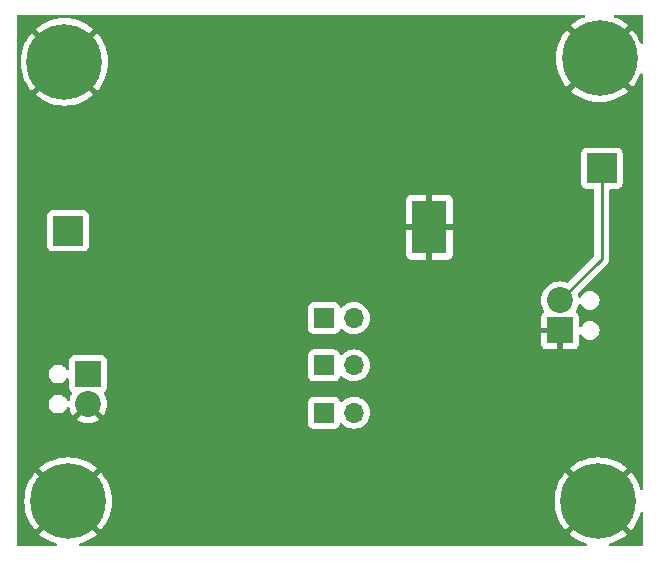
<source format=gbr>
%TF.GenerationSoftware,KiCad,Pcbnew,7.0.1*%
%TF.CreationDate,2023-04-21T16:13:52+02:00*%
%TF.ProjectId,sistabossen,73697374-6162-46f7-9373-656e2e6b6963,rev?*%
%TF.SameCoordinates,Original*%
%TF.FileFunction,Copper,L2,Bot*%
%TF.FilePolarity,Positive*%
%FSLAX46Y46*%
G04 Gerber Fmt 4.6, Leading zero omitted, Abs format (unit mm)*
G04 Created by KiCad (PCBNEW 7.0.1) date 2023-04-21 16:13:52*
%MOMM*%
%LPD*%
G01*
G04 APERTURE LIST*
%TA.AperFunction,ComponentPad*%
%ADD10C,0.600000*%
%TD*%
%TA.AperFunction,SMDPad,CuDef*%
%ADD11R,2.950000X4.500000*%
%TD*%
%TA.AperFunction,ComponentPad*%
%ADD12R,2.200000X2.200000*%
%TD*%
%TA.AperFunction,ComponentPad*%
%ADD13C,2.200000*%
%TD*%
%TA.AperFunction,ComponentPad*%
%ADD14R,1.700000X1.700000*%
%TD*%
%TA.AperFunction,ComponentPad*%
%ADD15O,1.700000X1.700000*%
%TD*%
%TA.AperFunction,ComponentPad*%
%ADD16R,2.500000X2.500000*%
%TD*%
%TA.AperFunction,ComponentPad*%
%ADD17C,0.800000*%
%TD*%
%TA.AperFunction,ComponentPad*%
%ADD18C,6.400000*%
%TD*%
%TA.AperFunction,ViaPad*%
%ADD19C,0.800000*%
%TD*%
%TA.AperFunction,Conductor*%
%ADD20C,0.250000*%
%TD*%
G04 APERTURE END LIST*
D10*
%TO.P,U1,9,GNDPAD*%
%TO.N,GND*%
X101300000Y-56197056D03*
X101300000Y-57397056D03*
X101300000Y-58697056D03*
X101300000Y-59797056D03*
D11*
X101900000Y-57997056D03*
D10*
X102500000Y-56197056D03*
X102500000Y-57397056D03*
X102500000Y-58697056D03*
X102500000Y-59797056D03*
%TD*%
D12*
%TO.P,J2,1,Pin_1*%
%TO.N,/VOUT*%
X73000000Y-70427056D03*
D13*
%TO.P,J2,2,Pin_2*%
%TO.N,GND*%
X73000000Y-72967056D03*
%TD*%
D14*
%TO.P,J3,1,Pin_1*%
%TO.N,Net-(J3-Pin_1)*%
X92960000Y-65697056D03*
D15*
%TO.P,J3,2,Pin_2*%
%TO.N,Net-(J3-Pin_2)*%
X95500000Y-65697056D03*
%TD*%
D14*
%TO.P,J5,1,Pin_1*%
%TO.N,Net-(J3-Pin_1)*%
X92960000Y-73697056D03*
D15*
%TO.P,J5,2,Pin_2*%
%TO.N,Net-(J5-Pin_2)*%
X95500000Y-73697056D03*
%TD*%
D14*
%TO.P,J4,1,Pin_1*%
%TO.N,Net-(J3-Pin_1)*%
X92960000Y-69697056D03*
D15*
%TO.P,J4,2,Pin_2*%
%TO.N,Net-(J4-Pin_2)*%
X95500000Y-69697056D03*
%TD*%
D12*
%TO.P,J1,1,Pin_1*%
%TO.N,GND*%
X112960000Y-66737056D03*
D13*
%TO.P,J1,2,Pin_2*%
%TO.N,/VIN*%
X112960000Y-64197056D03*
%TD*%
D16*
%TO.P,TP3,1,1*%
%TO.N,/VOUT*%
X71300000Y-58300000D03*
%TD*%
D17*
%TO.P,H3,1,1*%
%TO.N,GND*%
X113797056Y-81197056D03*
X114500000Y-79500000D03*
X114500000Y-82894112D03*
X116197056Y-78797056D03*
D18*
X116197056Y-81197056D03*
D17*
X116197056Y-83597056D03*
X117894112Y-79500000D03*
X117894112Y-82894112D03*
X118597056Y-81197056D03*
%TD*%
%TO.P,H2,1,1*%
%TO.N,GND*%
X113902944Y-43697056D03*
X114605888Y-42000000D03*
X114605888Y-45394112D03*
X116302944Y-41297056D03*
D18*
X116302944Y-43697056D03*
D17*
X116302944Y-46097056D03*
X118000000Y-42000000D03*
X118000000Y-45394112D03*
X118702944Y-43697056D03*
%TD*%
D16*
%TO.P,TP1,1,1*%
%TO.N,/VIN*%
X116500000Y-53000000D03*
%TD*%
D17*
%TO.P,H1,1,1*%
%TO.N,GND*%
X68600000Y-44000000D03*
X69302944Y-42302944D03*
X69302944Y-45697056D03*
X71000000Y-41600000D03*
D18*
X71000000Y-44000000D03*
D17*
X71000000Y-46400000D03*
X72697056Y-42302944D03*
X72697056Y-45697056D03*
X73400000Y-44000000D03*
%TD*%
%TO.P,H4,1,1*%
%TO.N,GND*%
X68902944Y-81197056D03*
X69605888Y-79500000D03*
X69605888Y-82894112D03*
X71302944Y-78797056D03*
D18*
X71302944Y-81197056D03*
D17*
X71302944Y-83597056D03*
X73000000Y-79500000D03*
X73000000Y-82894112D03*
X73702944Y-81197056D03*
%TD*%
D19*
%TO.N,GND*%
X101000000Y-80500000D03*
X111000000Y-61000000D03*
X101000000Y-49500000D03*
X83000000Y-77500000D03*
%TD*%
D20*
%TO.N,/VIN*%
X116500000Y-53000000D02*
X116500000Y-60657056D01*
X116500000Y-60657056D02*
X112960000Y-64197056D01*
%TD*%
%TA.AperFunction,Conductor*%
%TO.N,GND*%
G36*
X115004514Y-40019113D02*
G01*
X115050240Y-40069365D01*
X115062622Y-40136169D01*
X115037942Y-40199470D01*
X114983610Y-40240264D01*
X114795953Y-40312298D01*
X114450400Y-40488365D01*
X114125158Y-40699582D01*
X113867592Y-40908152D01*
X116302944Y-43343503D01*
X116302945Y-43343503D01*
X118738294Y-40908152D01*
X118738294Y-40908151D01*
X118480736Y-40699586D01*
X118155487Y-40488365D01*
X117809934Y-40312298D01*
X117622278Y-40240264D01*
X117567946Y-40199470D01*
X117543266Y-40136169D01*
X117555648Y-40069365D01*
X117601374Y-40019113D01*
X117666716Y-40000500D01*
X119875500Y-40000500D01*
X119937500Y-40017113D01*
X119982887Y-40062500D01*
X119999500Y-40124500D01*
X119999500Y-42333284D01*
X119980887Y-42398626D01*
X119930635Y-42444352D01*
X119863831Y-42456734D01*
X119800530Y-42432054D01*
X119759736Y-42377722D01*
X119687701Y-42190065D01*
X119511634Y-41844512D01*
X119300413Y-41519263D01*
X119091848Y-41261705D01*
X119091847Y-41261704D01*
X116656497Y-43697056D01*
X119091846Y-46132405D01*
X119300417Y-45874842D01*
X119511634Y-45549599D01*
X119687701Y-45204046D01*
X119759736Y-45016390D01*
X119800530Y-44962058D01*
X119863831Y-44937378D01*
X119930635Y-44949760D01*
X119980887Y-44995486D01*
X119999500Y-45060828D01*
X119999500Y-80150392D01*
X119985489Y-80207649D01*
X119946623Y-80251967D01*
X119891685Y-80273331D01*
X119833089Y-80266914D01*
X119784077Y-80234165D01*
X119755725Y-80182485D01*
X119720795Y-80052124D01*
X119581813Y-79690065D01*
X119405746Y-79344512D01*
X119194525Y-79019263D01*
X118985960Y-78761705D01*
X118985959Y-78761704D01*
X116550609Y-81197056D01*
X116550609Y-81197057D01*
X118985958Y-83632405D01*
X119194529Y-83374842D01*
X119405746Y-83049599D01*
X119581813Y-82704046D01*
X119720795Y-82341987D01*
X119755725Y-82211627D01*
X119784077Y-82159947D01*
X119833089Y-82127198D01*
X119891685Y-82120781D01*
X119946623Y-82142145D01*
X119985489Y-82186463D01*
X119999500Y-82243720D01*
X119999500Y-84875500D01*
X119982887Y-84937500D01*
X119937500Y-84982887D01*
X119875500Y-84999500D01*
X117243720Y-84999500D01*
X117186463Y-84985489D01*
X117142145Y-84946623D01*
X117120781Y-84891685D01*
X117127198Y-84833089D01*
X117159947Y-84784077D01*
X117211627Y-84755725D01*
X117341987Y-84720795D01*
X117704046Y-84581813D01*
X118049599Y-84405746D01*
X118374842Y-84194529D01*
X118632405Y-83985958D01*
X116197056Y-81550609D01*
X113761704Y-83985959D01*
X113761705Y-83985960D01*
X114019263Y-84194525D01*
X114344512Y-84405746D01*
X114690065Y-84581813D01*
X115052124Y-84720795D01*
X115182485Y-84755725D01*
X115234165Y-84784077D01*
X115266914Y-84833089D01*
X115273331Y-84891685D01*
X115251967Y-84946623D01*
X115207649Y-84985489D01*
X115150392Y-84999500D01*
X72349608Y-84999500D01*
X72292351Y-84985489D01*
X72248033Y-84946623D01*
X72226669Y-84891685D01*
X72233086Y-84833089D01*
X72265835Y-84784077D01*
X72317515Y-84755725D01*
X72447875Y-84720795D01*
X72809934Y-84581813D01*
X73155487Y-84405746D01*
X73480730Y-84194529D01*
X73738293Y-83985958D01*
X71302944Y-81550609D01*
X68867592Y-83985959D01*
X68867593Y-83985960D01*
X69125151Y-84194525D01*
X69450400Y-84405746D01*
X69795953Y-84581813D01*
X70158012Y-84720795D01*
X70288373Y-84755725D01*
X70340053Y-84784077D01*
X70372802Y-84833089D01*
X70379219Y-84891685D01*
X70357855Y-84946623D01*
X70313537Y-84985489D01*
X70256280Y-84999500D01*
X67500099Y-84999500D01*
X67124500Y-84999500D01*
X67062500Y-84982887D01*
X67017113Y-84937500D01*
X67000500Y-84875500D01*
X67000500Y-81197056D01*
X67597866Y-81197056D01*
X67618163Y-81584344D01*
X67678829Y-81967381D01*
X67779204Y-82341987D01*
X67918186Y-82704046D01*
X68094253Y-83049599D01*
X68305474Y-83374848D01*
X68514039Y-83632406D01*
X68514040Y-83632406D01*
X70949391Y-81197057D01*
X70949391Y-81197056D01*
X71656497Y-81197056D01*
X74091846Y-83632405D01*
X74300417Y-83374842D01*
X74511634Y-83049599D01*
X74687701Y-82704046D01*
X74826683Y-82341987D01*
X74927058Y-81967381D01*
X74987724Y-81584344D01*
X75008021Y-81197056D01*
X112491978Y-81197056D01*
X112512275Y-81584344D01*
X112572941Y-81967381D01*
X112673316Y-82341987D01*
X112812298Y-82704046D01*
X112988365Y-83049599D01*
X113199586Y-83374848D01*
X113408151Y-83632406D01*
X113408152Y-83632406D01*
X115843503Y-81197057D01*
X115843503Y-81197056D01*
X113408152Y-78761704D01*
X113199582Y-79019270D01*
X112988365Y-79344512D01*
X112812298Y-79690065D01*
X112673316Y-80052124D01*
X112572941Y-80426730D01*
X112512275Y-80809767D01*
X112491978Y-81197056D01*
X75008021Y-81197056D01*
X74987724Y-80809767D01*
X74927058Y-80426730D01*
X74826683Y-80052124D01*
X74687701Y-79690065D01*
X74511634Y-79344512D01*
X74300413Y-79019263D01*
X74091848Y-78761705D01*
X74091847Y-78761704D01*
X71656497Y-81197056D01*
X70949391Y-81197056D01*
X68514040Y-78761704D01*
X68305470Y-79019270D01*
X68094253Y-79344512D01*
X67918186Y-79690065D01*
X67779204Y-80052124D01*
X67678829Y-80426730D01*
X67618163Y-80809767D01*
X67597866Y-81197056D01*
X67000500Y-81197056D01*
X67000500Y-78408152D01*
X68867592Y-78408152D01*
X71302944Y-80843503D01*
X71302945Y-80843503D01*
X73738294Y-78408152D01*
X113761704Y-78408152D01*
X116197056Y-80843503D01*
X116197057Y-80843503D01*
X118632406Y-78408152D01*
X118632406Y-78408151D01*
X118374848Y-78199586D01*
X118049599Y-77988365D01*
X117704046Y-77812298D01*
X117341987Y-77673316D01*
X116967381Y-77572941D01*
X116584344Y-77512275D01*
X116197056Y-77491978D01*
X115809767Y-77512275D01*
X115426730Y-77572941D01*
X115052124Y-77673316D01*
X114690065Y-77812298D01*
X114344512Y-77988365D01*
X114019270Y-78199582D01*
X113761704Y-78408152D01*
X73738294Y-78408152D01*
X73738294Y-78408151D01*
X73480736Y-78199586D01*
X73155487Y-77988365D01*
X72809934Y-77812298D01*
X72447875Y-77673316D01*
X72073269Y-77572941D01*
X71690232Y-77512275D01*
X71302944Y-77491978D01*
X70915655Y-77512275D01*
X70532618Y-77572941D01*
X70158012Y-77673316D01*
X69795953Y-77812298D01*
X69450400Y-77988365D01*
X69125158Y-78199582D01*
X68867592Y-78408152D01*
X67000500Y-78408152D01*
X67000500Y-74594925D01*
X91609500Y-74594925D01*
X91615909Y-74654540D01*
X91641056Y-74721962D01*
X91666204Y-74789387D01*
X91752454Y-74904602D01*
X91867669Y-74990852D01*
X92002517Y-75041147D01*
X92062127Y-75047556D01*
X93857872Y-75047555D01*
X93917483Y-75041147D01*
X94052331Y-74990852D01*
X94167546Y-74904602D01*
X94253796Y-74789387D01*
X94302810Y-74657972D01*
X94337789Y-74607593D01*
X94392634Y-74580140D01*
X94453927Y-74582329D01*
X94506673Y-74613625D01*
X94628599Y-74735551D01*
X94822170Y-74871091D01*
X95036337Y-74970959D01*
X95264592Y-75032119D01*
X95500000Y-75052715D01*
X95735408Y-75032119D01*
X95963663Y-74970959D01*
X96177830Y-74871091D01*
X96371401Y-74735551D01*
X96538495Y-74568457D01*
X96674035Y-74374886D01*
X96773903Y-74160719D01*
X96835063Y-73932464D01*
X96855659Y-73697056D01*
X96835063Y-73461648D01*
X96773903Y-73233393D01*
X96674035Y-73019227D01*
X96538495Y-72825655D01*
X96371401Y-72658561D01*
X96177830Y-72523021D01*
X95963663Y-72423153D01*
X95902502Y-72406765D01*
X95735407Y-72361992D01*
X95500000Y-72341396D01*
X95264592Y-72361992D01*
X95036336Y-72423153D01*
X94822170Y-72523021D01*
X94628601Y-72658559D01*
X94506673Y-72780487D01*
X94453926Y-72811782D01*
X94392634Y-72813971D01*
X94337789Y-72786518D01*
X94302810Y-72736138D01*
X94289391Y-72700160D01*
X94253796Y-72604725D01*
X94167546Y-72489510D01*
X94052331Y-72403260D01*
X93917483Y-72352965D01*
X93857873Y-72346556D01*
X93857869Y-72346556D01*
X92062130Y-72346556D01*
X92002515Y-72352965D01*
X91867669Y-72403260D01*
X91752454Y-72489510D01*
X91666204Y-72604724D01*
X91621288Y-72725149D01*
X91615909Y-72739573D01*
X91610724Y-72787804D01*
X91609500Y-72799186D01*
X91609500Y-74594925D01*
X67000500Y-74594925D01*
X67000500Y-74264788D01*
X72055819Y-74264788D01*
X72055820Y-74264789D01*
X72056631Y-74265483D01*
X72271372Y-74397075D01*
X72504043Y-74493452D01*
X72748929Y-74552243D01*
X72999999Y-74572003D01*
X73251070Y-74552243D01*
X73495956Y-74493452D01*
X73728632Y-74397073D01*
X73943364Y-74265486D01*
X73944179Y-74264788D01*
X73000001Y-73320609D01*
X73000000Y-73320609D01*
X72055819Y-74264788D01*
X67000500Y-74264788D01*
X67000500Y-72967056D01*
X69654434Y-72967056D01*
X69674631Y-73146307D01*
X69674631Y-73146309D01*
X69674632Y-73146311D01*
X69734211Y-73316578D01*
X69734212Y-73316579D01*
X69830185Y-73469320D01*
X69957735Y-73596870D01*
X69957737Y-73596871D01*
X69957738Y-73596872D01*
X70110478Y-73692845D01*
X70280745Y-73752424D01*
X70347895Y-73759989D01*
X70415043Y-73767556D01*
X70415046Y-73767556D01*
X70504954Y-73767556D01*
X70504957Y-73767556D01*
X70562511Y-73761070D01*
X70639255Y-73752424D01*
X70809522Y-73692845D01*
X70962262Y-73596872D01*
X71089816Y-73469318D01*
X71185789Y-73316578D01*
X71196420Y-73286193D01*
X71231667Y-73233951D01*
X71288043Y-73205781D01*
X71350985Y-73208962D01*
X71404234Y-73242670D01*
X71434036Y-73298201D01*
X71473603Y-73463012D01*
X71569982Y-73695688D01*
X71701570Y-73910421D01*
X71702265Y-73911234D01*
X71702266Y-73911234D01*
X72912318Y-72701183D01*
X72967905Y-72669089D01*
X73032093Y-72669089D01*
X73087680Y-72701183D01*
X74297732Y-73911235D01*
X74298430Y-73910420D01*
X74430017Y-73695688D01*
X74526396Y-73463012D01*
X74585187Y-73218126D01*
X74604947Y-72967055D01*
X74585187Y-72715985D01*
X74526396Y-72471099D01*
X74430017Y-72238423D01*
X74349077Y-72106340D01*
X74331006Y-72048629D01*
X74342380Y-71989235D01*
X74380494Y-71942283D01*
X74457546Y-71884602D01*
X74543796Y-71769387D01*
X74594091Y-71634539D01*
X74600500Y-71574929D01*
X74600500Y-70594925D01*
X91609500Y-70594925D01*
X91615909Y-70654540D01*
X91641056Y-70721962D01*
X91666204Y-70789387D01*
X91752454Y-70904602D01*
X91867669Y-70990852D01*
X92002517Y-71041147D01*
X92062127Y-71047556D01*
X93857872Y-71047555D01*
X93917483Y-71041147D01*
X94052331Y-70990852D01*
X94167546Y-70904602D01*
X94253796Y-70789387D01*
X94302810Y-70657972D01*
X94337789Y-70607593D01*
X94392634Y-70580140D01*
X94453927Y-70582329D01*
X94506673Y-70613625D01*
X94628599Y-70735551D01*
X94822170Y-70871091D01*
X95036337Y-70970959D01*
X95264592Y-71032119D01*
X95500000Y-71052715D01*
X95735408Y-71032119D01*
X95963663Y-70970959D01*
X96177830Y-70871091D01*
X96371401Y-70735551D01*
X96538495Y-70568457D01*
X96674035Y-70374886D01*
X96773903Y-70160719D01*
X96835063Y-69932464D01*
X96855659Y-69697056D01*
X96835063Y-69461648D01*
X96773903Y-69233393D01*
X96674035Y-69019227D01*
X96538495Y-68825655D01*
X96371401Y-68658561D01*
X96177830Y-68523021D01*
X95963663Y-68423153D01*
X95902502Y-68406765D01*
X95735407Y-68361992D01*
X95500000Y-68341396D01*
X95264592Y-68361992D01*
X95036336Y-68423153D01*
X94822170Y-68523021D01*
X94628601Y-68658559D01*
X94506673Y-68780487D01*
X94453926Y-68811782D01*
X94392634Y-68813971D01*
X94337789Y-68786518D01*
X94302810Y-68736138D01*
X94295658Y-68716963D01*
X94253796Y-68604725D01*
X94167546Y-68489510D01*
X94052331Y-68403260D01*
X93917483Y-68352965D01*
X93857873Y-68346556D01*
X93857869Y-68346556D01*
X92062130Y-68346556D01*
X92002515Y-68352965D01*
X91867669Y-68403260D01*
X91752454Y-68489510D01*
X91666204Y-68604724D01*
X91615909Y-68739572D01*
X91609500Y-68799186D01*
X91609500Y-70594925D01*
X74600500Y-70594925D01*
X74600499Y-69279184D01*
X74594091Y-69219573D01*
X74543796Y-69084725D01*
X74457546Y-68969510D01*
X74342331Y-68883260D01*
X74207483Y-68832965D01*
X74147873Y-68826556D01*
X74147869Y-68826556D01*
X71852130Y-68826556D01*
X71792515Y-68832965D01*
X71657669Y-68883260D01*
X71542454Y-68969510D01*
X71456204Y-69084724D01*
X71405909Y-69219572D01*
X71399500Y-69279187D01*
X71399500Y-69987240D01*
X71383348Y-70048435D01*
X71339099Y-70093688D01*
X71278282Y-70111209D01*
X71216740Y-70096434D01*
X71170506Y-70053212D01*
X71167504Y-70048435D01*
X71089816Y-69924794D01*
X71089815Y-69924793D01*
X71089814Y-69924791D01*
X70962264Y-69797241D01*
X70899867Y-69758034D01*
X70809522Y-69701267D01*
X70639255Y-69641688D01*
X70639253Y-69641687D01*
X70639251Y-69641687D01*
X70504957Y-69626556D01*
X70504954Y-69626556D01*
X70415046Y-69626556D01*
X70415043Y-69626556D01*
X70280748Y-69641687D01*
X70280745Y-69641687D01*
X70280745Y-69641688D01*
X70110478Y-69701267D01*
X70110476Y-69701267D01*
X70110476Y-69701268D01*
X69957735Y-69797241D01*
X69830185Y-69924791D01*
X69734212Y-70077532D01*
X69734211Y-70077534D01*
X69727598Y-70096434D01*
X69674631Y-70247804D01*
X69654434Y-70427055D01*
X69674631Y-70606307D01*
X69674631Y-70606309D01*
X69674632Y-70606311D01*
X69734211Y-70776578D01*
X69749494Y-70800900D01*
X69830185Y-70929320D01*
X69957735Y-71056870D01*
X69957737Y-71056871D01*
X69957738Y-71056872D01*
X70110478Y-71152845D01*
X70280745Y-71212424D01*
X70347895Y-71219990D01*
X70415043Y-71227556D01*
X70415046Y-71227556D01*
X70504954Y-71227556D01*
X70504957Y-71227556D01*
X70562511Y-71221070D01*
X70639255Y-71212424D01*
X70809522Y-71152845D01*
X70962262Y-71056872D01*
X71089816Y-70929318D01*
X71170507Y-70800898D01*
X71216740Y-70757677D01*
X71278282Y-70742902D01*
X71339099Y-70760423D01*
X71383348Y-70805676D01*
X71399500Y-70866871D01*
X71399500Y-71574925D01*
X71405909Y-71634539D01*
X71456204Y-71769387D01*
X71542454Y-71884602D01*
X71619506Y-71942283D01*
X71657619Y-71989235D01*
X71668993Y-72048629D01*
X71650923Y-72106339D01*
X71569981Y-72238425D01*
X71473603Y-72471099D01*
X71434036Y-72635910D01*
X71404234Y-72691440D01*
X71350985Y-72725149D01*
X71288044Y-72728330D01*
X71231668Y-72700160D01*
X71196420Y-72647917D01*
X71185789Y-72617534D01*
X71089816Y-72464794D01*
X71089815Y-72464793D01*
X71089814Y-72464791D01*
X70962264Y-72337241D01*
X70899867Y-72298035D01*
X70809522Y-72241267D01*
X70639255Y-72181688D01*
X70639253Y-72181687D01*
X70639251Y-72181687D01*
X70504957Y-72166556D01*
X70504954Y-72166556D01*
X70415046Y-72166556D01*
X70415043Y-72166556D01*
X70280748Y-72181687D01*
X70280745Y-72181687D01*
X70280745Y-72181688D01*
X70110478Y-72241267D01*
X70110476Y-72241267D01*
X70110476Y-72241268D01*
X69957735Y-72337241D01*
X69830185Y-72464791D01*
X69734212Y-72617532D01*
X69674631Y-72787804D01*
X69654434Y-72967056D01*
X67000500Y-72967056D01*
X67000500Y-66594925D01*
X91609500Y-66594925D01*
X91615909Y-66654540D01*
X91641056Y-66721962D01*
X91666204Y-66789387D01*
X91752454Y-66904602D01*
X91867669Y-66990852D01*
X92002517Y-67041147D01*
X92062127Y-67047556D01*
X93857872Y-67047555D01*
X93917483Y-67041147D01*
X94052331Y-66990852D01*
X94167546Y-66904602D01*
X94253796Y-66789387D01*
X94302810Y-66657972D01*
X94337789Y-66607593D01*
X94392634Y-66580140D01*
X94453927Y-66582329D01*
X94506673Y-66613625D01*
X94628599Y-66735551D01*
X94822170Y-66871091D01*
X95036337Y-66970959D01*
X95264592Y-67032119D01*
X95500000Y-67052715D01*
X95735408Y-67032119D01*
X95903587Y-66987056D01*
X111360000Y-66987056D01*
X111360000Y-67884880D01*
X111366402Y-67944431D01*
X111416647Y-68079145D01*
X111502811Y-68194244D01*
X111617910Y-68280408D01*
X111752624Y-68330653D01*
X111812176Y-68337056D01*
X112710000Y-68337056D01*
X112710000Y-66987056D01*
X111360000Y-66987056D01*
X95903587Y-66987056D01*
X95963663Y-66970959D01*
X96177830Y-66871091D01*
X96371401Y-66735551D01*
X96538495Y-66568457D01*
X96674035Y-66374886D01*
X96773903Y-66160719D01*
X96835063Y-65932464D01*
X96855659Y-65697056D01*
X96835063Y-65461648D01*
X96773903Y-65233393D01*
X96674035Y-65019227D01*
X96538495Y-64825655D01*
X96371401Y-64658561D01*
X96177830Y-64523021D01*
X95963663Y-64423153D01*
X95902502Y-64406765D01*
X95735407Y-64361992D01*
X95500000Y-64341396D01*
X95264592Y-64361992D01*
X95036336Y-64423153D01*
X94822170Y-64523021D01*
X94628601Y-64658559D01*
X94506673Y-64780487D01*
X94453926Y-64811782D01*
X94392634Y-64813971D01*
X94337789Y-64786518D01*
X94302810Y-64736138D01*
X94295658Y-64716963D01*
X94253796Y-64604725D01*
X94167546Y-64489510D01*
X94052331Y-64403260D01*
X93917483Y-64352965D01*
X93857873Y-64346556D01*
X93857869Y-64346556D01*
X92062130Y-64346556D01*
X92002515Y-64352965D01*
X91867669Y-64403260D01*
X91752454Y-64489510D01*
X91666204Y-64604724D01*
X91615909Y-64739572D01*
X91609500Y-64799186D01*
X91609500Y-66594925D01*
X67000500Y-66594925D01*
X67000500Y-64197056D01*
X111354551Y-64197056D01*
X111374317Y-64448205D01*
X111433126Y-64693166D01*
X111477041Y-64799186D01*
X111529534Y-64925915D01*
X111529535Y-64925916D01*
X111610782Y-65058500D01*
X111628853Y-65116211D01*
X111617479Y-65175605D01*
X111579367Y-65222556D01*
X111502811Y-65279865D01*
X111416647Y-65394966D01*
X111366402Y-65529680D01*
X111360000Y-65589232D01*
X111360000Y-66487056D01*
X113086000Y-66487056D01*
X113148000Y-66503669D01*
X113193387Y-66549056D01*
X113210000Y-66611056D01*
X113210000Y-68337056D01*
X114107824Y-68337056D01*
X114167375Y-68330653D01*
X114302089Y-68280408D01*
X114417188Y-68194244D01*
X114503352Y-68079145D01*
X114553597Y-67944431D01*
X114560000Y-67884880D01*
X114560000Y-67176077D01*
X114576152Y-67114882D01*
X114620401Y-67069629D01*
X114681218Y-67052108D01*
X114742760Y-67066883D01*
X114788994Y-67110105D01*
X114870184Y-67239319D01*
X114997735Y-67366870D01*
X114997737Y-67366871D01*
X114997738Y-67366872D01*
X115150478Y-67462845D01*
X115320745Y-67522424D01*
X115387895Y-67529990D01*
X115455043Y-67537556D01*
X115455046Y-67537556D01*
X115544954Y-67537556D01*
X115544957Y-67537556D01*
X115602511Y-67531070D01*
X115679255Y-67522424D01*
X115849522Y-67462845D01*
X116002262Y-67366872D01*
X116129816Y-67239318D01*
X116225789Y-67086578D01*
X116285368Y-66916311D01*
X116305565Y-66737056D01*
X116285368Y-66557801D01*
X116225789Y-66387534D01*
X116129816Y-66234794D01*
X116129815Y-66234793D01*
X116129814Y-66234791D01*
X116002264Y-66107241D01*
X115939867Y-66068035D01*
X115849522Y-66011267D01*
X115679255Y-65951688D01*
X115679253Y-65951687D01*
X115679251Y-65951687D01*
X115544957Y-65936556D01*
X115544954Y-65936556D01*
X115455046Y-65936556D01*
X115455043Y-65936556D01*
X115320748Y-65951687D01*
X115320745Y-65951687D01*
X115320745Y-65951688D01*
X115150478Y-66011267D01*
X115150476Y-66011267D01*
X115150476Y-66011268D01*
X114997735Y-66107241D01*
X114870184Y-66234792D01*
X114788994Y-66364007D01*
X114742760Y-66407229D01*
X114681218Y-66422004D01*
X114620401Y-66404483D01*
X114576152Y-66359230D01*
X114560000Y-66298035D01*
X114560000Y-65589232D01*
X114553597Y-65529680D01*
X114503352Y-65394966D01*
X114417188Y-65279866D01*
X114340633Y-65222557D01*
X114302520Y-65175605D01*
X114291146Y-65116210D01*
X114309216Y-65058501D01*
X114390466Y-64925915D01*
X114486873Y-64693167D01*
X114526268Y-64529070D01*
X114556069Y-64473542D01*
X114609318Y-64439833D01*
X114672259Y-64436652D01*
X114728635Y-64464821D01*
X114763883Y-64517064D01*
X114774209Y-64546575D01*
X114870185Y-64699320D01*
X114997735Y-64826870D01*
X114997737Y-64826871D01*
X114997738Y-64826872D01*
X115150478Y-64922845D01*
X115320745Y-64982424D01*
X115387895Y-64989990D01*
X115455043Y-64997556D01*
X115455046Y-64997556D01*
X115544954Y-64997556D01*
X115544957Y-64997556D01*
X115602511Y-64991070D01*
X115679255Y-64982424D01*
X115849522Y-64922845D01*
X116002262Y-64826872D01*
X116129816Y-64699318D01*
X116225789Y-64546578D01*
X116285368Y-64376311D01*
X116305565Y-64197056D01*
X116285368Y-64017801D01*
X116225789Y-63847534D01*
X116129816Y-63694794D01*
X116129815Y-63694793D01*
X116129814Y-63694791D01*
X116002264Y-63567241D01*
X115939867Y-63528035D01*
X115849522Y-63471267D01*
X115679255Y-63411688D01*
X115679253Y-63411687D01*
X115679251Y-63411687D01*
X115544957Y-63396556D01*
X115544954Y-63396556D01*
X115455046Y-63396556D01*
X115455043Y-63396556D01*
X115320748Y-63411687D01*
X115320745Y-63411687D01*
X115320745Y-63411688D01*
X115150478Y-63471267D01*
X115150476Y-63471267D01*
X115150476Y-63471268D01*
X114997735Y-63567241D01*
X114870185Y-63694791D01*
X114774210Y-63847535D01*
X114763883Y-63877048D01*
X114728635Y-63929290D01*
X114672259Y-63957459D01*
X114609318Y-63954278D01*
X114556069Y-63920569D01*
X114526268Y-63865039D01*
X114522065Y-63847534D01*
X114486873Y-63700945D01*
X114475766Y-63674131D01*
X114466327Y-63626680D01*
X114475766Y-63579227D01*
X114502643Y-63539001D01*
X116883789Y-61157856D01*
X116899885Y-61144962D01*
X116901873Y-61142843D01*
X116901877Y-61142842D01*
X116947948Y-61093779D01*
X116950566Y-61091079D01*
X116970120Y-61071527D01*
X116972581Y-61068354D01*
X116980156Y-61059483D01*
X117010062Y-61027638D01*
X117019712Y-61010083D01*
X117030400Y-60993813D01*
X117042671Y-60977994D01*
X117042673Y-60977992D01*
X117060026Y-60937888D01*
X117065157Y-60927418D01*
X117086197Y-60889148D01*
X117091175Y-60869755D01*
X117097481Y-60851338D01*
X117099018Y-60847784D01*
X117105438Y-60832952D01*
X117112272Y-60789801D01*
X117114635Y-60778387D01*
X117125500Y-60736075D01*
X117125500Y-60716040D01*
X117127027Y-60696641D01*
X117128014Y-60690408D01*
X117130160Y-60676860D01*
X117126050Y-60633381D01*
X117125500Y-60621712D01*
X117125500Y-54874499D01*
X117142113Y-54812499D01*
X117187500Y-54767112D01*
X117249500Y-54750499D01*
X117797870Y-54750499D01*
X117797872Y-54750499D01*
X117857483Y-54744091D01*
X117992331Y-54693796D01*
X118107546Y-54607546D01*
X118193796Y-54492331D01*
X118244091Y-54357483D01*
X118250500Y-54297873D01*
X118250499Y-51702128D01*
X118244091Y-51642517D01*
X118193796Y-51507669D01*
X118107546Y-51392454D01*
X117992331Y-51306204D01*
X117857483Y-51255909D01*
X117797873Y-51249500D01*
X117797869Y-51249500D01*
X115202130Y-51249500D01*
X115142515Y-51255909D01*
X115007669Y-51306204D01*
X114892454Y-51392454D01*
X114806204Y-51507668D01*
X114755909Y-51642516D01*
X114749500Y-51702130D01*
X114749500Y-54297869D01*
X114755909Y-54357483D01*
X114806204Y-54492331D01*
X114892454Y-54607546D01*
X115007669Y-54693796D01*
X115142517Y-54744091D01*
X115202127Y-54750500D01*
X115750500Y-54750500D01*
X115812500Y-54767113D01*
X115857887Y-54812500D01*
X115874500Y-54874500D01*
X115874500Y-60346604D01*
X115865061Y-60394057D01*
X115838181Y-60434285D01*
X113618055Y-62654408D01*
X113577827Y-62681288D01*
X113530374Y-62690727D01*
X113482921Y-62681288D01*
X113456110Y-62670182D01*
X113211149Y-62611373D01*
X112960000Y-62591607D01*
X112708850Y-62611373D01*
X112463889Y-62670182D01*
X112231139Y-62766591D01*
X112016342Y-62898219D01*
X112016340Y-62898220D01*
X112016341Y-62898220D01*
X111824776Y-63061832D01*
X111661164Y-63253397D01*
X111529534Y-63468197D01*
X111528262Y-63471268D01*
X111433126Y-63700945D01*
X111374317Y-63945906D01*
X111354551Y-64197056D01*
X67000500Y-64197056D01*
X67000500Y-59597869D01*
X69549500Y-59597869D01*
X69555909Y-59657483D01*
X69606204Y-59792331D01*
X69692454Y-59907546D01*
X69807669Y-59993796D01*
X69942517Y-60044091D01*
X70002127Y-60050500D01*
X72597872Y-60050499D01*
X72657483Y-60044091D01*
X72792331Y-59993796D01*
X72907546Y-59907546D01*
X72993796Y-59792331D01*
X73044091Y-59657483D01*
X73050500Y-59597873D01*
X73050499Y-58247056D01*
X99925000Y-58247056D01*
X99925000Y-60294880D01*
X99931402Y-60354431D01*
X99981647Y-60489145D01*
X100067811Y-60604244D01*
X100182910Y-60690408D01*
X100317624Y-60740653D01*
X100377176Y-60747056D01*
X101650000Y-60747056D01*
X101650000Y-59800609D01*
X101649999Y-59800608D01*
X101387680Y-60062927D01*
X101332092Y-60095021D01*
X101267905Y-60095021D01*
X101212318Y-60062927D01*
X100616934Y-59467543D01*
X100584840Y-59411955D01*
X100584840Y-59347768D01*
X100616934Y-59292180D01*
X100662058Y-59247056D01*
X101103553Y-59247056D01*
X101300000Y-59443503D01*
X101496447Y-59247056D01*
X102303553Y-59247056D01*
X102500000Y-59443503D01*
X102696447Y-59247056D01*
X102500000Y-59050609D01*
X102303553Y-59247056D01*
X101496447Y-59247056D01*
X101300000Y-59050609D01*
X101103553Y-59247056D01*
X100662058Y-59247056D01*
X100662059Y-59247055D01*
X100616934Y-59201930D01*
X100584840Y-59146343D01*
X100584840Y-59082155D01*
X100616934Y-59026568D01*
X101212318Y-58431184D01*
X101267905Y-58399090D01*
X101332093Y-58399090D01*
X101387680Y-58431184D01*
X101649999Y-58693503D01*
X101650000Y-58693503D01*
X101650000Y-58247056D01*
X102150000Y-58247056D01*
X102150000Y-58693503D01*
X102412319Y-58431184D01*
X102467906Y-58399090D01*
X102532093Y-58399090D01*
X102587681Y-58431184D01*
X103183065Y-59026568D01*
X103215159Y-59082155D01*
X103215159Y-59146343D01*
X103183065Y-59201930D01*
X103137939Y-59247056D01*
X103183065Y-59292182D01*
X103215159Y-59347769D01*
X103215159Y-59411957D01*
X103183065Y-59467544D01*
X102587681Y-60062927D01*
X102532093Y-60095021D01*
X102467906Y-60095021D01*
X102412319Y-60062927D01*
X102150000Y-59800608D01*
X102150000Y-60747056D01*
X103422824Y-60747056D01*
X103482375Y-60740653D01*
X103617089Y-60690408D01*
X103732188Y-60604244D01*
X103818352Y-60489145D01*
X103868597Y-60354431D01*
X103875000Y-60294880D01*
X103875000Y-58247056D01*
X102150000Y-58247056D01*
X101650000Y-58247056D01*
X99925000Y-58247056D01*
X73050499Y-58247056D01*
X73050499Y-57747056D01*
X99925000Y-57747056D01*
X101650000Y-57747056D01*
X101650000Y-55247056D01*
X102150000Y-55247056D01*
X102150000Y-57747056D01*
X103875000Y-57747056D01*
X103875000Y-55699232D01*
X103868597Y-55639680D01*
X103818352Y-55504966D01*
X103732188Y-55389867D01*
X103617089Y-55303703D01*
X103482375Y-55253458D01*
X103422824Y-55247056D01*
X102150000Y-55247056D01*
X101650000Y-55247056D01*
X100377176Y-55247056D01*
X100317624Y-55253458D01*
X100182910Y-55303703D01*
X100067811Y-55389867D01*
X99981647Y-55504966D01*
X99931402Y-55639680D01*
X99925000Y-55699232D01*
X99925000Y-57747056D01*
X73050499Y-57747056D01*
X73050499Y-57002128D01*
X73044091Y-56942517D01*
X72993796Y-56807669D01*
X72907546Y-56692454D01*
X72792331Y-56606204D01*
X72657483Y-56555909D01*
X72597873Y-56549500D01*
X72597869Y-56549500D01*
X70002130Y-56549500D01*
X69942515Y-56555909D01*
X69807669Y-56606204D01*
X69692454Y-56692454D01*
X69606204Y-56807668D01*
X69555909Y-56942516D01*
X69549500Y-57002130D01*
X69549500Y-59597869D01*
X67000500Y-59597869D01*
X67000500Y-46788903D01*
X68564648Y-46788903D01*
X68564649Y-46788904D01*
X68822207Y-46997469D01*
X69147456Y-47208690D01*
X69493009Y-47384757D01*
X69855068Y-47523739D01*
X70229674Y-47624114D01*
X70612711Y-47684780D01*
X71000000Y-47705077D01*
X71387288Y-47684780D01*
X71770325Y-47624114D01*
X72144931Y-47523739D01*
X72506990Y-47384757D01*
X72852543Y-47208690D01*
X73177786Y-46997473D01*
X73435349Y-46788902D01*
X73132406Y-46485959D01*
X113867592Y-46485959D01*
X113867593Y-46485960D01*
X114125151Y-46694525D01*
X114450400Y-46905746D01*
X114795953Y-47081813D01*
X115158012Y-47220795D01*
X115532618Y-47321170D01*
X115915655Y-47381836D01*
X116302944Y-47402133D01*
X116690232Y-47381836D01*
X117073269Y-47321170D01*
X117447875Y-47220795D01*
X117809934Y-47081813D01*
X118155487Y-46905746D01*
X118480730Y-46694529D01*
X118738293Y-46485958D01*
X116302944Y-44050609D01*
X113867592Y-46485959D01*
X73132406Y-46485959D01*
X71000000Y-44353553D01*
X68564648Y-46788903D01*
X67000500Y-46788903D01*
X67000500Y-44000000D01*
X67294922Y-44000000D01*
X67315219Y-44387288D01*
X67375885Y-44770325D01*
X67476260Y-45144931D01*
X67615242Y-45506990D01*
X67791309Y-45852543D01*
X68002530Y-46177792D01*
X68211095Y-46435350D01*
X68211096Y-46435350D01*
X70646446Y-44000001D01*
X71353553Y-44000001D01*
X73788902Y-46435349D01*
X73997473Y-46177786D01*
X74208690Y-45852543D01*
X74384757Y-45506990D01*
X74523739Y-45144931D01*
X74624114Y-44770325D01*
X74684780Y-44387288D01*
X74705077Y-43999999D01*
X74689200Y-43697056D01*
X112597866Y-43697056D01*
X112618163Y-44084344D01*
X112678829Y-44467381D01*
X112779204Y-44841987D01*
X112918186Y-45204046D01*
X113094253Y-45549599D01*
X113305474Y-45874848D01*
X113514039Y-46132406D01*
X113514040Y-46132406D01*
X115949391Y-43697056D01*
X113514040Y-41261704D01*
X113305470Y-41519270D01*
X113094253Y-41844512D01*
X112918186Y-42190065D01*
X112779204Y-42552124D01*
X112678829Y-42926730D01*
X112618163Y-43309767D01*
X112597866Y-43697056D01*
X74689200Y-43697056D01*
X74684780Y-43612711D01*
X74624114Y-43229674D01*
X74523739Y-42855068D01*
X74384757Y-42493009D01*
X74208690Y-42147456D01*
X73997469Y-41822207D01*
X73788904Y-41564649D01*
X73788903Y-41564648D01*
X71353553Y-44000000D01*
X71353553Y-44000001D01*
X70646446Y-44000001D01*
X70646447Y-44000000D01*
X68211096Y-41564648D01*
X68002526Y-41822214D01*
X67791309Y-42147456D01*
X67615242Y-42493009D01*
X67476260Y-42855068D01*
X67375885Y-43229674D01*
X67315219Y-43612711D01*
X67294922Y-44000000D01*
X67000500Y-44000000D01*
X67000500Y-41211096D01*
X68564648Y-41211096D01*
X71000000Y-43646447D01*
X71000001Y-43646447D01*
X73435350Y-41211096D01*
X73435350Y-41211095D01*
X73177792Y-41002530D01*
X72852543Y-40791309D01*
X72506990Y-40615242D01*
X72144931Y-40476260D01*
X71770325Y-40375885D01*
X71387288Y-40315219D01*
X71000000Y-40294922D01*
X70612711Y-40315219D01*
X70229674Y-40375885D01*
X69855068Y-40476260D01*
X69493009Y-40615242D01*
X69147456Y-40791309D01*
X68822214Y-41002526D01*
X68564648Y-41211096D01*
X67000500Y-41211096D01*
X67000500Y-40124500D01*
X67017113Y-40062500D01*
X67062500Y-40017113D01*
X67124500Y-40000500D01*
X114939172Y-40000500D01*
X115004514Y-40019113D01*
G37*
%TD.AperFunction*%
%TD*%
M02*

</source>
